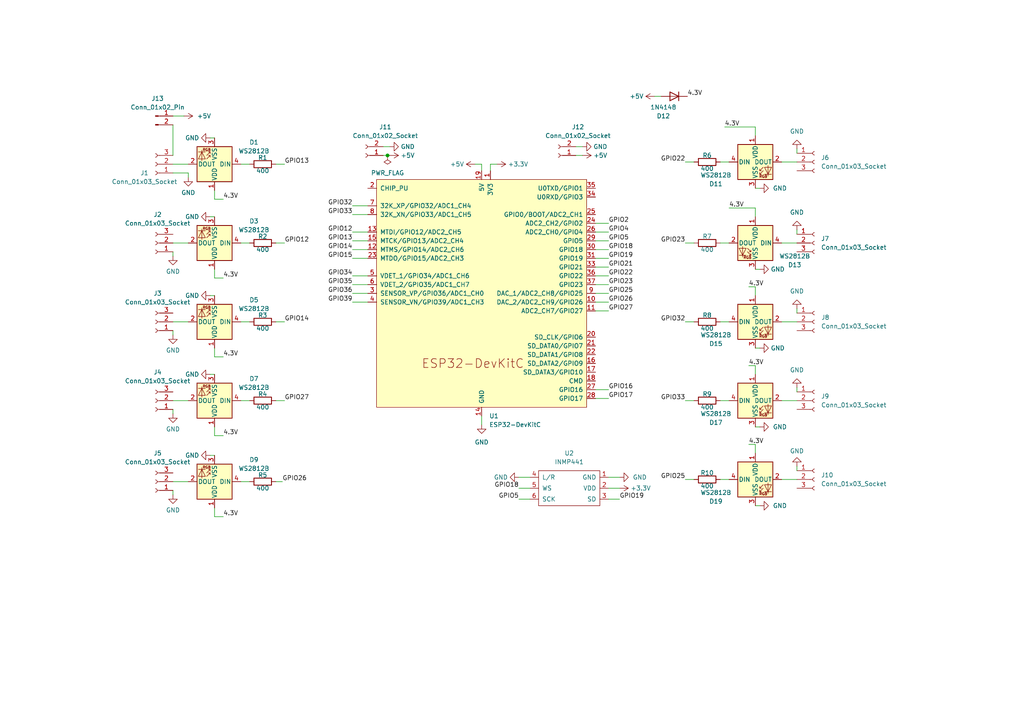
<source format=kicad_sch>
(kicad_sch (version 20230121) (generator eeschema)
  (paper "A4")
  (title_block (title "Phonic Bloom") (date "2024-12-21") (rev "1") (company "Brandon Skari") (comment 1 "https://github.com/bskari/apogaea/piddle/"))
  (lib_symbols
    (symbol "Connector:Conn_01x02_Pin" (pin_names (offset 1.016) hide)
      (property "Reference" "J" (at 0 2.54 0))
      (property "Value" "Conn_01x02_Pin" (at 0 -5.08 0))
      (symbol "Conn_01x02_Pin_1_1"
        (polyline (pts (xy 1.27 -2.54) (xy 0.8636 -2.54)) (stroke (width 0.1524)))
        (polyline (pts (xy 1.27 0) (xy 0.8636 0)) (stroke (width 0.1524)))
        (rectangle (start 0.8636 -2.413) (end 0 -2.667) (stroke (width 0.1524)) (fill (type outline)))
        (rectangle (start 0.8636 0.127) (end 0 -0.127) (stroke (width 0.1524)) (fill (type outline)))
        (pin passive line (at 5.08 0 180) (length 3.81) (name "Pin_1") (number "1"))
        (pin passive line (at 5.08 -2.54 180) (length 3.81) (name "Pin_2") (number "2"))
      )
    )
    (symbol "Connector:Conn_01x02_Socket" (pin_names (offset 1.016) hide)
      (property "Reference" "J" (at 0 2.54 0))
      (property "Value" "Conn_01x02_Socket" (at 0 -5.08 0))
      (symbol "Conn_01x02_Socket_1_1"
        (arc (start 0 -2.032) (mid -0.5058 -2.54) (end 0 -3.048) (stroke (width 0.1524)))
        (polyline (pts (xy -1.27 -2.54) (xy -0.508 -2.54)) (stroke (width 0.1524)))
        (polyline (pts (xy -1.27 0) (xy -0.508 0)) (stroke (width 0.1524)))
        (arc (start 0 0.508) (mid -0.5058 0) (end 0 -0.508) (stroke (width 0.1524)))
        (pin passive line (at -5.08 0 0) (length 3.81) (name "Pin_1") (number "1"))
        (pin passive line (at -5.08 -2.54 0) (length 3.81) (name "Pin_2") (number "2"))
      )
    )
    (symbol "Connector:Conn_01x03_Socket" (pin_names (offset 1.016) hide)
      (property "Reference" "J" (at 0 5.08 0))
      (property "Value" "Conn_01x03_Socket" (at 0 -5.08 0))
      (symbol "Conn_01x03_Socket_1_1"
        (arc (start 0 -2.032) (mid -0.5058 -2.54) (end 0 -3.048) (stroke (width 0.1524)))
        (polyline (pts (xy -1.27 -2.54) (xy -0.508 -2.54)) (stroke (width 0.1524)))
        (polyline (pts (xy -1.27 0) (xy -0.508 0)) (stroke (width 0.1524)))
        (polyline (pts (xy -1.27 2.54) (xy -0.508 2.54)) (stroke (width 0.1524)))
        (arc (start 0 0.508) (mid -0.5058 0) (end 0 -0.508) (stroke (width 0.1524)))
        (arc (start 0 3.048) (mid -0.5058 2.54) (end 0 2.032) (stroke (width 0.1524)))
        (pin passive line (at -5.08 2.54 0) (length 3.81) (name "Pin_1") (number "1"))
        (pin passive line (at -5.08 0 0) (length 3.81) (name "Pin_2") (number "2"))
        (pin passive line (at -5.08 -2.54 0) (length 3.81) (name "Pin_3") (number "3"))
      )
    )
    (symbol "Device:R" (pin_numbers hide) (pin_names (offset 0))
      (property "Reference" "R" (at 2.032 0 90))
      (property "Value" "R" (at 0 0 90))
      (symbol "R_0_1"
        (rectangle (start -1.016 -2.54) (end 1.016 2.54) (stroke (width 0.254)))
      )
      (symbol "R_1_1"
        (pin passive line (at 0 3.81 270) (length 1.27) (name "~") (number "1"))
        (pin passive line (at 0 -3.81 90) (length 1.27) (name "~") (number "2"))
      )
    )
    (symbol "Diode:1N4148" (pin_numbers hide) (pin_names hide)
      (property "Reference" "D" (at 0 2.54 0))
      (property "Value" "1N4148" (at 0 -2.54 0))
      (symbol "1N4148_0_1"
        (polyline (pts (xy -1.27 1.27) (xy -1.27 -1.27)) (stroke (width 0.254)))
        (polyline (pts (xy 1.27 0) (xy -1.27 0)))
        (polyline (pts (xy 1.27 1.27) (xy 1.27 -1.27) (xy -1.27 0) (xy 1.27 1.27)) (stroke (width 0.254)))
      )
      (symbol "1N4148_1_1"
        (pin passive line (at -3.81 0 0) (length 2.54) (name "K") (number "1"))
        (pin passive line (at 3.81 0 180) (length 2.54) (name "A") (number "2"))
      )
    )
    (symbol "INMP441:INMP441" (pin_names (offset 1.016))
      (property "Reference" "U" (at 0 0 0))
      (property "Value" "INMP441" (at 0 1.905 0))
      (symbol "INMP441_0_1"
        (rectangle (start -8.89 6.35) (end 8.89 -3.81))
      )
      (symbol "INMP441_1_1"
        (pin power_out line (at 11.43 4.445 180) (length 2.54) (name "GND") (number "1"))
        (pin power_out line (at 11.43 1.27 180) (length 2.54) (name "VDD") (number "2"))
        (pin bidirectional line (at 11.43 -1.905 180) (length 2.54) (name "SD") (number "3"))
        (pin bidirectional line (at -11.43 4.445 0) (length 2.54) (name "L/R") (number "4"))
        (pin bidirectional line (at -11.43 1.27 0) (length 2.54) (name "WS") (number "5"))
        (pin bidirectional line (at -11.43 -1.905 0) (length 2.54) (name "SCK") (number "6"))
      )
    )
    (symbol "LED:WS2812B" (pin_names (offset 0.254))
      (property "Reference" "D" (at 5.08 5.715 0))
      (property "Value" "WS2812B" (at 1.27 -5.715 0))
      (symbol "WS2812B_0_0"
        (text "RGB" (at 2.286 -4.191 0) (effects (font (size 0.762 0.762))))
      )
      (symbol "WS2812B_0_1"
        (polyline (pts (xy 1.27 -3.556) (xy 1.778 -3.556)))
        (polyline (pts (xy 1.27 -2.54) (xy 1.778 -2.54)))
        (polyline (pts (xy 4.699 -3.556) (xy 2.667 -3.556)))
        (polyline (pts (xy 2.286 -2.54) (xy 1.27 -3.556) (xy 1.27 -3.048)))
        (polyline (pts (xy 2.286 -1.524) (xy 1.27 -2.54) (xy 1.27 -2.032)))
        (polyline (pts (xy 3.683 -1.016) (xy 3.683 -3.556) (xy 3.683 -4.064)))
        (polyline (pts (xy 4.699 -1.524) (xy 2.667 -1.524) (xy 3.683 -3.556) (xy 4.699 -1.524)))
        (rectangle (start 5.08 5.08) (end -5.08 -5.08) (stroke (width 0.254)) (fill (type background)))
      )
      (symbol "WS2812B_1_1"
        (pin power_in line (at 0 7.62 270) (length 2.54) (name "VDD") (number "1"))
        (pin output line (at 7.62 0 180) (length 2.54) (name "DOUT") (number "2"))
        (pin power_in line (at 0 -7.62 90) (length 2.54) (name "VSS") (number "3"))
        (pin input line (at -7.62 0 0) (length 2.54) (name "DIN") (number "4"))
      )
    )
    (symbol "PCM_Espressif:ESP32-DevKitC" (pin_names (offset 1.016))
      (property "Reference" "U" (at -30.48 38.1 0))
      (property "Value" "ESP32-DevKitC" (at -30.48 35.56 0))
      (symbol "ESP32-DevKitC_0_0"
        (text "ESP32-DevKitC" (at -2.54 -20.32 0) (effects (font (size 2.54 2.54))))
        (pin power_in line (at 0 -35.56 90) (length 2.54) (name "GND") (number "14"))
        (pin power_in line (at 0 35.56 270) (length 2.54) (name "5V") (number "19"))
      )
      (symbol "ESP32-DevKitC_0_1"
        (rectangle (start -30.48 33.02) (end 30.48 -33.02) (fill (type background)))
      )
      (symbol "ESP32-DevKitC_1_1"
        (pin power_in line (at 2.54 35.56 270) (length 2.54) (name "3V3") (number "1"))
        (pin bidirectional line (at 33.02 -2.54 180) (length 2.54) (name "DAC_2/ADC2_CH9/GPIO26") (number "10"))
        (pin bidirectional line (at 33.02 -5.08 180) (length 2.54) (name "ADC2_CH7/GPIO27") (number "11"))
        (pin bidirectional line (at -33.02 12.7 0) (length 2.54) (name "MTMS/GPIO14/ADC2_CH6") (number "12"))
        (pin bidirectional line (at -33.02 17.78 0) (length 2.54) (name "MTDI/GPIO12/ADC2_CH5") (number "13"))
        (pin bidirectional line (at -33.02 15.24 0) (length 2.54) (name "MTCK/GPIO13/ADC2_CH4") (number "15"))
        (pin bidirectional line (at 33.02 -20.32 180) (length 2.54) (name "SD_DATA2/GPIO9") (number "16"))
        (pin bidirectional line (at 33.02 -22.86 180) (length 2.54) (name "SD_DATA3/GPIO10") (number "17"))
        (pin bidirectional line (at 33.02 -25.4 180) (length 2.54) (name "CMD") (number "18"))
        (pin input line (at -33.02 30.48 0) (length 2.54) (name "CHIP_PU") (number "2"))
        (pin bidirectional line (at 33.02 -12.7 180) (length 2.54) (name "SD_CLK/GPIO6") (number "20"))
        (pin bidirectional line (at 33.02 -15.24 180) (length 2.54) (name "SD_DATA0/GPIO7") (number "21"))
        (pin bidirectional line (at 33.02 -17.78 180) (length 2.54) (name "SD_DATA1/GPIO8") (number "22"))
        (pin bidirectional line (at -33.02 10.16 0) (length 2.54) (name "MTDO/GPIO15/ADC2_CH3") (number "23"))
        (pin bidirectional line (at 33.02 20.32 180) (length 2.54) (name "ADC2_CH2/GPIO2") (number "24"))
        (pin bidirectional line (at 33.02 22.86 180) (length 2.54) (name "GPIO0/BOOT/ADC2_CH1") (number "25"))
        (pin bidirectional line (at 33.02 17.78 180) (length 2.54) (name "ADC2_CH0/GPIO4") (number "26"))
        (pin bidirectional line (at 33.02 -27.94 180) (length 2.54) (name "GPIO16") (number "27"))
        (pin bidirectional line (at 33.02 -30.48 180) (length 2.54) (name "GPIO17") (number "28"))
        (pin bidirectional line (at 33.02 15.24 180) (length 2.54) (name "GPIO5") (number "29"))
        (pin input line (at -33.02 0 0) (length 2.54) (name "SENSOR_VP/GPIO36/ADC1_CH0") (number "3"))
        (pin bidirectional line (at 33.02 12.7 180) (length 2.54) (name "GPIO18") (number "30"))
        (pin bidirectional line (at 33.02 10.16 180) (length 2.54) (name "GPIO19") (number "31"))
        (pin passive line (at 0 -35.56 90) (length 2.54) hide (name "GND") (number "32"))
        (pin bidirectional line (at 33.02 7.62 180) (length 2.54) (name "GPIO21") (number "33"))
        (pin bidirectional line (at 33.02 27.94 180) (length 2.54) (name "U0RXD/GPIO3") (number "34"))
        (pin bidirectional line (at 33.02 30.48 180) (length 2.54) (name "U0TXD/GPIO1") (number "35"))
        (pin bidirectional line (at 33.02 5.08 180) (length 2.54) (name "GPIO22") (number "36"))
        (pin bidirectional line (at 33.02 2.54 180) (length 2.54) (name "GPIO23") (number "37"))
        (pin passive line (at 0 -35.56 90) (length 2.54) hide (name "GND") (number "38"))
        (pin input line (at -33.02 -2.54 0) (length 2.54) (name "SENSOR_VN/GPIO39/ADC1_CH3") (number "4"))
        (pin input line (at -33.02 5.08 0) (length 2.54) (name "VDET_1/GPIO34/ADC1_CH6") (number "5"))
        (pin input line (at -33.02 2.54 0) (length 2.54) (name "VDET_2/GPIO35/ADC1_CH7") (number "6"))
        (pin bidirectional line (at -33.02 25.4 0) (length 2.54) (name "32K_XP/GPIO32/ADC1_CH4") (number "7"))
        (pin bidirectional line (at -33.02 22.86 0) (length 2.54) (name "32K_XN/GPIO33/ADC1_CH5") (number "8"))
        (pin bidirectional line (at 33.02 0 180) (length 2.54) (name "DAC_1/ADC2_CH8/GPIO25") (number "9"))
      )
    )
    (symbol "power:+3.3V" (power) (pin_names (offset 0))
      (property "Value" "+3.3V" (at 0 3.556 0))
      (symbol "+3.3V_0_1"
        (polyline (pts (xy -0.762 1.27) (xy 0 2.54)))
        (polyline (pts (xy 0 0) (xy 0 2.54)))
        (polyline (pts (xy 0 2.54) (xy 0.762 1.27)))
      )
      (symbol "+3.3V_1_1"
        (pin power_in line (at 0 0 90) (length 0) hide (name "+3.3V") (number "1"))
      )
    )
    (symbol "power:+5V" (power) (pin_names (offset 0))
      (property "Value" "+5V" (at 0 3.556 0))
      (symbol "+5V_0_1"
        (polyline (pts (xy -0.762 1.27) (xy 0 2.54)))
        (polyline (pts (xy 0 0) (xy 0 2.54)))
        (polyline (pts (xy 0 2.54) (xy 0.762 1.27)))
      )
      (symbol "+5V_1_1"
        (pin power_in line (at 0 0 90) (length 0) hide (name "+5V") (number "1"))
      )
    )
    (symbol "power:GND" (power) (pin_names (offset 0))
      (property "Value" "GND" (at 0 -3.81 0))
      (symbol "GND_0_1"
        (polyline (pts (xy 0 0) (xy 0 -1.27) (xy 1.27 -1.27) (xy 0 -2.54) (xy -1.27 -1.27) (xy 0 -1.27)))
      )
      (symbol "GND_1_1"
        (pin power_in line (at 0 0 270) (length 0) hide (name "GND") (number "1"))
      )
    )
    (symbol "power:PWR_FLAG" (power) (pin_numbers hide) (pin_names (offset 0) hide)
      (property "Value" "PWR_FLAG" (at 0 3.81 0))
      (symbol "PWR_FLAG_0_0"
        (pin power_out line (at 0 0 90) (length 0) (name "pwr") (number "1"))
      )
      (symbol "PWR_FLAG_0_1"
        (polyline (pts (xy 0 0) (xy 0 1.27) (xy -1.016 1.905) (xy 0 2.54) (xy 1.016 1.905) (xy 0 1.27)))
      )
    )
  )
  (junction (at 112.395 45.085))
  (wire (pts (xy 347.98 114.935) (xy 343.535 114.935)))
  (wire (pts (xy 172.72 87.63) (xy 176.53 87.63)))
  (wire (pts (xy 347.98 65.405) (xy 347.98 66.675)))
  (wire (pts (xy 139.7 120.65) (xy 139.7 123.19)))
  (wire (pts (xy 208.915 116.205) (xy 211.455 116.205)))
  (wire (pts (xy 172.72 115.57) (xy 176.53 115.57)))
  (wire (pts (xy 217.17 83.185) (xy 219.075 83.185)))
  (wire (pts (xy 172.72 113.03) (xy 176.53 113.03)))
  (wire (pts (xy 150.495 138.43) (xy 153.67 138.43)))
  (wire (pts (xy 60.96 108.585) (xy 62.23 108.585)))
  (wire (pts (xy 62.23 123.825) (xy 62.23 126.365)))
  (wire (pts (xy 347.98 133.985) (xy 347.98 135.255)))
  (wire (pts (xy 172.72 80.01) (xy 176.53 80.01)))
  (wire (pts (xy 219.075 54.61) (xy 220.345 54.61)))
  (wire (pts (xy 335.915 76.835) (xy 337.185 76.835)))
  (wire (pts (xy 335.915 59.055) (xy 335.915 61.595)))
  (wire (pts (xy 80.01 70.485) (xy 82.55 70.485)))
  (wire (pts (xy 172.72 82.55) (xy 176.53 82.55)))
  (wire (pts (xy 80.01 47.625) (xy 82.55 47.625)))
  (wire (pts (xy 60.96 85.725) (xy 62.23 85.725)))
  (wire (pts (xy 102.235 74.93) (xy 106.68 74.93)))
  (wire (pts (xy 111.125 45.085) (xy 112.395 45.085)))
  (wire (pts (xy 347.98 137.795) (xy 343.535 137.795)))
  (wire (pts (xy 111.125 42.545) (xy 113.03 42.545)))
  (wire (pts (xy 335.915 122.555) (xy 337.185 122.555)))
  (wire (pts (xy 64.77 149.86) (xy 62.23 149.86)))
  (wire (pts (xy 60.96 132.08) (xy 62.23 132.08)))
  (wire (pts (xy 211.455 60.325) (xy 219.075 60.325)))
  (wire (pts (xy 325.755 45.72) (xy 328.295 45.72)))
  (wire (pts (xy 50.165 50.165) (xy 54.61 50.165)))
  (wire (pts (xy 219.075 36.83) (xy 219.075 39.37)))
  (wire (pts (xy 231.14 139.065) (xy 226.695 139.065)))
  (wire (pts (xy 172.72 77.47) (xy 176.53 77.47)))
  (wire (pts (xy 176.53 144.78) (xy 179.705 144.78)))
  (wire (pts (xy 347.98 45.72) (xy 343.535 45.72)))
  (wire (pts (xy 172.72 64.77) (xy 176.53 64.77)))
  (wire (pts (xy 198.755 46.99) (xy 201.295 46.99)))
  (wire (pts (xy 347.98 41.91) (xy 347.98 43.18)))
  (wire (pts (xy 150.495 141.605) (xy 153.67 141.605)))
  (wire (pts (xy 219.075 60.325) (xy 219.075 62.865)))
  (wire (pts (xy 219.075 83.185) (xy 219.075 85.725)))
  (wire (pts (xy 347.98 111.125) (xy 347.98 112.395)))
  (wire (pts (xy 62.23 103.505) (xy 62.23 100.965)))
  (wire (pts (xy 102.235 80.01) (xy 106.68 80.01)))
  (wire (pts (xy 335.915 53.34) (xy 337.185 53.34)))
  (wire (pts (xy 172.72 69.85) (xy 176.53 69.85)))
  (wire (pts (xy 231.14 93.345) (xy 226.695 93.345)))
  (wire (pts (xy 347.98 69.215) (xy 343.535 69.215)))
  (wire (pts (xy 315.595 92.075) (xy 318.135 92.075)))
  (wire (pts (xy 219.075 100.965) (xy 220.345 100.965)))
  (wire (pts (xy 325.755 137.795) (xy 328.295 137.795)))
  (wire (pts (xy 80.01 93.345) (xy 82.55 93.345)))
  (wire (pts (xy 210.185 36.83) (xy 219.075 36.83)))
  (wire (pts (xy 189.865 27.94) (xy 191.77 27.94)))
  (wire (pts (xy 69.85 93.345) (xy 72.39 93.345)))
  (wire (pts (xy 198.755 93.345) (xy 201.295 93.345)))
  (wire (pts (xy 50.165 139.7) (xy 54.61 139.7)))
  (wire (pts (xy 50.165 33.655) (xy 53.34 33.655)))
  (wire (pts (xy 69.85 116.205) (xy 72.39 116.205)))
  (wire (pts (xy 231.14 112.395) (xy 231.14 113.665)))
  (wire (pts (xy 231.14 66.675) (xy 231.14 67.945)))
  (wire (pts (xy 172.72 85.09) (xy 176.53 85.09)))
  (wire (pts (xy 69.85 70.485) (xy 72.39 70.485)))
  (wire (pts (xy 198.755 139.065) (xy 201.295 139.065)))
  (wire (pts (xy 50.165 93.345) (xy 54.61 93.345)))
  (wire (pts (xy 167.005 42.545) (xy 168.91 42.545)))
  (wire (pts (xy 69.85 139.7) (xy 72.39 139.7)))
  (wire (pts (xy 328.295 59.055) (xy 335.915 59.055)))
  (wire (pts (xy 315.595 45.72) (xy 318.135 45.72)))
  (wire (pts (xy 334.01 104.775) (xy 335.915 104.775)))
  (wire (pts (xy 64.77 57.785) (xy 62.23 57.785)))
  (wire (pts (xy 208.915 93.345) (xy 211.455 93.345)))
  (wire (pts (xy 102.235 85.09) (xy 106.68 85.09)))
  (wire (pts (xy 62.23 149.86) (xy 62.23 147.32)))
  (wire (pts (xy 198.755 116.205) (xy 201.295 116.205)))
  (wire (pts (xy 62.23 80.645) (xy 62.23 78.105)))
  (wire (pts (xy 60.96 62.865) (xy 62.23 62.865)))
  (wire (pts (xy 219.075 106.045) (xy 219.075 108.585)))
  (wire (pts (xy 219.075 78.105) (xy 220.345 78.105)))
  (wire (pts (xy 50.165 118.745) (xy 50.165 120.015)))
  (wire (pts (xy 102.235 67.31) (xy 106.68 67.31)))
  (wire (pts (xy 325.755 69.215) (xy 328.295 69.215)))
  (wire (pts (xy 167.005 45.085) (xy 168.91 45.085)))
  (wire (pts (xy 150.495 144.78) (xy 153.67 144.78)))
  (wire (pts (xy 137.795 47.625) (xy 139.7 47.625)))
  (wire (pts (xy 347.98 92.075) (xy 343.535 92.075)))
  (wire (pts (xy 50.165 73.025) (xy 50.165 74.295)))
  (wire (pts (xy 335.915 35.56) (xy 335.915 38.1)))
  (wire (pts (xy 335.915 81.915) (xy 335.915 84.455)))
  (wire (pts (xy 208.915 139.065) (xy 211.455 139.065)))
  (wire (pts (xy 112.395 45.085) (xy 113.03 45.085)))
  (wire (pts (xy 198.755 70.485) (xy 201.295 70.485)))
  (wire (pts (xy 334.01 81.915) (xy 335.915 81.915)))
  (wire (pts (xy 334.01 127.635) (xy 335.915 127.635)))
  (wire (pts (xy 176.53 138.43) (xy 179.705 138.43)))
  (wire (pts (xy 102.235 59.69) (xy 106.68 59.69)))
  (wire (pts (xy 219.075 128.905) (xy 219.075 131.445)))
  (wire (pts (xy 172.72 67.31) (xy 176.53 67.31)))
  (wire (pts (xy 54.61 50.165) (xy 54.61 51.435)))
  (wire (pts (xy 102.235 87.63) (xy 106.68 87.63)))
  (wire (pts (xy 80.01 139.7) (xy 81.915 139.7)))
  (wire (pts (xy 335.915 99.695) (xy 337.185 99.695)))
  (wire (pts (xy 102.235 72.39) (xy 106.68 72.39)))
  (wire (pts (xy 325.755 114.935) (xy 328.295 114.935)))
  (wire (pts (xy 208.915 46.99) (xy 211.455 46.99)))
  (wire (pts (xy 231.14 43.18) (xy 231.14 44.45)))
  (wire (pts (xy 62.23 126.365) (xy 64.77 126.365)))
  (wire (pts (xy 219.075 123.825) (xy 220.345 123.825)))
  (wire (pts (xy 172.72 72.39) (xy 176.53 72.39)))
  (wire (pts (xy 335.915 127.635) (xy 335.915 130.175)))
  (wire (pts (xy 64.77 80.645) (xy 62.23 80.645)))
  (wire (pts (xy 142.24 47.625) (xy 142.24 49.53)))
  (wire (pts (xy 315.595 137.795) (xy 318.135 137.795)))
  (wire (pts (xy 217.17 106.045) (xy 219.075 106.045)))
  (wire (pts (xy 325.755 92.075) (xy 328.295 92.075)))
  (wire (pts (xy 60.96 40.005) (xy 62.23 40.005)))
  (wire (pts (xy 144.145 47.625) (xy 142.24 47.625)))
  (wire (pts (xy 217.17 128.905) (xy 219.075 128.905)))
  (wire (pts (xy 315.595 69.215) (xy 318.135 69.215)))
  (wire (pts (xy 69.85 47.625) (xy 72.39 47.625)))
  (wire (pts (xy 50.165 95.885) (xy 50.165 97.155)))
  (wire (pts (xy 335.915 104.775) (xy 335.915 107.315)))
  (wire (pts (xy 176.53 141.605) (xy 179.705 141.605)))
  (wire (pts (xy 208.915 70.485) (xy 211.455 70.485)))
  (wire (pts (xy 219.075 146.685) (xy 220.345 146.685)))
  (wire (pts (xy 172.72 90.17) (xy 176.53 90.17)))
  (wire (pts (xy 347.98 88.265) (xy 347.98 89.535)))
  (wire (pts (xy 231.14 116.205) (xy 226.695 116.205)))
  (wire (pts (xy 102.235 82.55) (xy 106.68 82.55)))
  (wire (pts (xy 231.14 46.99) (xy 226.695 46.99)))
  (wire (pts (xy 231.14 70.485) (xy 226.695 70.485)))
  (wire (pts (xy 62.23 57.785) (xy 62.23 55.245)))
  (wire (pts (xy 327.025 35.56) (xy 335.915 35.56)))
  (wire (pts (xy 315.595 114.935) (xy 318.135 114.935)))
  (wire (pts (xy 139.7 47.625) (xy 139.7 49.53)))
  (wire (pts (xy 231.14 89.535) (xy 231.14 90.805)))
  (wire (pts (xy 50.165 47.625) (xy 54.61 47.625)))
  (wire (pts (xy 50.165 142.24) (xy 50.165 143.51)))
  (wire (pts (xy 172.72 74.93) (xy 176.53 74.93)))
  (wire (pts (xy 80.01 116.205) (xy 82.55 116.205)))
  (wire (pts (xy 50.165 116.205) (xy 54.61 116.205)))
  (wire (pts (xy 335.915 145.415) (xy 337.185 145.415)))
  (wire (pts (xy 64.77 103.505) (xy 62.23 103.505)))
  (wire (pts (xy 50.165 70.485) (xy 54.61 70.485)))
  (wire (pts (xy 102.235 69.85) (xy 106.68 69.85)))
  (wire (pts (xy 231.14 135.255) (xy 231.14 136.525)))
  (wire (pts (xy 102.235 62.23) (xy 106.68 62.23)))
  (wire (pts (xy 50.165 36.195) (xy 50.165 45.085)))
  (label "4.3V" (at 217.17 128.905 0))
  (label "GPIO25" (at 198.755 139.065 180))
  (label "GPIO5" (at 176.53 69.85 0))
  (label "GPIO19" (at 315.595 69.215 180))
  (label "GPIO14" (at 102.235 72.39 180))
  (label "4.3V" (at 211.455 60.325 0))
  (label "GPIO18" (at 315.595 92.075 180))
  (label "GPIO25" (at 176.53 85.09 0))
  (label "GPIO13" (at 82.55 47.625 0))
  (label "GPIO36" (at 102.235 85.09 180))
  (label "4.3V" (at 217.17 106.045 0))
  (label "GPIO17" (at 176.53 115.57 0))
  (label "GPIO33" (at 102.235 62.23 180))
  (label "GPIO18" (at 176.53 72.39 0))
  (label "GPIO21" (at 176.53 77.47 0))
  (label "4.3V" (at 217.17 83.185 0))
  (label "GPIO27" (at 82.55 116.205 0))
  (label "GPIO2" (at 176.53 64.77 0))
  (label "GPIO12" (at 82.55 70.485 0))
  (label "4.3V" (at 64.77 126.365 0))
  (label "GPIO39" (at 102.235 87.63 180))
  (label "GPIO23" (at 198.755 70.485 180))
  (label "GPIO22" (at 176.53 80.01 0))
  (label "4.3V" (at 334.01 104.775 0))
  (label "4.3V" (at 64.77 57.785 0))
  (label "4.3V" (at 199.39 27.94 0))
  (label "GPIO35" (at 102.235 82.55 180))
  (label "GPIO33" (at 198.755 116.205 180))
  (label "4.3V" (at 64.77 149.86 0))
  (label "GPIO5" (at 150.495 144.78 180))
  (label "GPIO13" (at 102.235 69.85 180))
  (label "GPIO12" (at 102.235 67.31 180))
  (label "GPIO27" (at 176.53 90.17 0))
  (label "GPIO34" (at 102.235 80.01 180))
  (label "GPIO17" (at 315.595 114.935 180))
  (label "4.3V" (at 64.77 80.645 0))
  (label "GPIO14" (at 82.55 93.345 0))
  (label "GPIO18" (at 150.495 141.605 180))
  (label "GPIO19" (at 179.705 144.78 0))
  (label "GPIO26" (at 81.915 139.7 0))
  (label "GPIO16" (at 176.53 113.03 0))
  (label "GPIO32" (at 102.235 59.69 180))
  (label "4.3V" (at 64.77 103.505 0))
  (label "GPIO21" (at 315.595 45.72 180))
  (label "GPIO16" (at 315.595 137.795 180))
  (label "GPIO15" (at 102.235 74.93 180))
  (label "GPIO4" (at 176.53 67.31 0))
  (label "4.3V" (at 210.185 36.83 0))
  (label "GPIO19" (at 176.53 74.93 0))
  (label "GPIO26" (at 176.53 87.63 0))
  (label "GPIO32" (at 198.755 93.345 180))
  (label "4.3V" (at 334.01 127.635 0))
  (label "4.3V" (at 328.295 59.055 0))
  (label "GPIO23" (at 176.53 82.55 0))
  (label "4.3V" (at 334.01 81.915 0))
  (label "GPIO22" (at 198.755 46.99 180))
  (label "4.3V" (at 327.025 35.56 0))
  (symbol (lib_id "power:GND") (at 220.345 54.61 90) (unit 1)
    (property "Reference" "#PWR0116" (effects hide))
    (property "Value" "GND" (at 224.155 54.61 90) (effects (justify right)))
  )
  (symbol (lib_id "Diode:1N4148") (at 195.58 27.94 180) (unit 1)
    (property "Reference" "D12" (at 192.405 33.655 0))
    (property "Value" "1N4148" (at 192.405 31.115 0))
    (property "Footprint" "Diode_THT:D_DO-35_SOD27_P10.16mm_Horizontal" (effects hide))
    (property "Datasheet" "https://assets.nexperia.com/documents/data-sheet/1N4148_1N4448.pdf" (effects hide))
    (property "Sim.Device" "D" (effects hide))
    (property "Sim.Pins" "1=K 2=A" (effects hide))
  )
  (symbol (lib_id "Connector:Conn_01x03_Socket") (at 236.22 70.485 0) (unit 1)
    (property "Reference" "J7" (at 238.125 69.215 0) (effects (justify left)))
    (property "Value" "Conn_01x03_Socket" (at 238.125 71.755 0) (effects (justify left)))
    (property "Footprint" "Connector_PinHeader_2.54mm:PinHeader_1x03_P2.54mm_Vertical" (effects hide))
  )
  (symbol (lib_id "power:GND") (at 50.165 120.015 0) (unit 1)
    (property "Reference" "#PWR0122" (effects hide))
    (property "Value" "GND" (at 50.165 124.46 0))
  )
  (symbol (lib_id "power:GND") (at 220.345 123.825 90) (unit 1)
    (property "Reference" "#PWR0113" (effects hide))
    (property "Value" "GND" (at 224.155 123.825 90) (effects (justify right)))
  )
  (symbol (lib_id "power:GND") (at 337.185 99.695 90) (unit 1)
    (property "Reference" "#PWR015" (effects hide))
    (property "Value" "GND" (at 340.36 99.695 90) (effects (justify right)))
  )
  (symbol (lib_id "LED:WS2812B") (at 335.915 137.795 0) (unit 1)
    (property "Reference" "D10" (at 324.485 144.145 0))
    (property "Value" "WS2812B" (at 324.485 141.605 0))
    (property "Footprint" "LED_SMD:LED_WS2812B_PLCC4_5.0x5.0mm_P3.2mm" (effects hide))
    (property "Datasheet" "https://cdn-shop.adafruit.com/datasheets/WS2812B.pdf" (effects hide))
  )
  (symbol (lib_id "Connector:Conn_01x03_Socket") (at 353.06 92.075 0) (unit 1)
    (property "Reference" "J16" (at 356.235 90.805 0))
    (property "Value" "Conn_01x03_Socket" (at 364.49 93.345 0))
    (property "Footprint" "Connector_PinHeader_2.54mm:PinHeader_1x03_P2.54mm_Vertical" (effects hide))
  )
  (symbol (lib_id "power:GND") (at 231.14 66.675 180) (unit 1)
    (property "Reference" "#PWR0129" (effects hide))
    (property "Value" "GND" (at 231.14 61.595 0))
  )
  (symbol (lib_id "power:GND") (at 220.345 100.965 90) (unit 1)
    (property "Reference" "#PWR0108" (effects hide))
    (property "Value" "GND" (at 223.52 100.965 90) (effects (justify right)))
  )
  (symbol (lib_id "Connector:Conn_01x03_Socket") (at 45.085 47.625 180) (unit 1)
    (property "Reference" "J1" (at 41.91 50.165 0))
    (property "Value" "Conn_01x03_Socket" (at 41.91 52.705 0))
    (property "Footprint" "Connector_PinHeader_2.54mm:PinHeader_1x03_P2.54mm_Vertical" (effects hide))
  )
  (symbol (lib_id "power:GND") (at 179.705 138.43 90) (unit 1)
    (property "Reference" "#PWR0109" (effects hide))
    (property "Value" "GND" (at 183.515 138.43 90) (effects (justify right)))
  )
  (symbol (lib_id "Connector:Conn_01x03_Socket") (at 236.22 139.065 0) (unit 1)
    (property "Reference" "J10" (at 238.125 137.795 0) (effects (justify left)))
    (property "Value" "Conn_01x03_Socket" (at 238.125 140.335 0) (effects (justify left)))
    (property "Footprint" "Connector_PinHeader_2.54mm:PinHeader_1x03_P2.54mm_Vertical" (effects hide))
  )
  (symbol (lib_id "Connector:Conn_01x03_Socket") (at 45.085 116.205 180) (unit 1)
    (property "Reference" "J4" (at 45.72 107.95 0))
    (property "Value" "Conn_01x03_Socket" (at 45.72 110.49 0))
    (property "Footprint" "Connector_PinHeader_2.54mm:PinHeader_1x03_P2.54mm_Vertical" (effects hide))
  )
  (symbol (lib_id "power:+5V") (at 53.34 33.655 270) (unit 1)
    (property "Reference" "#PWR012" (effects hide))
    (property "Value" "+5V" (at 57.15 33.655 90) (effects (justify left)))
  )
  (symbol (lib_id "Device:R") (at 321.945 114.935 270) (unit 1)
    (property "Reference" "R14" (at 321.945 113.03 90))
    (property "Value" "400" (at 321.945 116.84 90))
    (property "Footprint" "Resistor_THT:R_Axial_DIN0207_L6.3mm_D2.5mm_P10.16mm_Horizontal" (effects hide))
  )
  (symbol (lib_id "PCM_Espressif:ESP32-DevKitC") (at 139.7 85.09 0) (unit 1)
    (property "Reference" "U1" (at 141.8941 120.65 0) (effects (justify left)))
    (property "Value" "ESP32-DevKitC" (at 141.8941 123.19 0) (effects (justify left)))
    (property "Footprint" "PCM_Espressif:ESP32-DevKitC" (effects hide))
    (property "Datasheet" "https://docs.espressif.com/projects/esp-idf/zh_CN/latest/esp32/hw-reference/esp32/get-started-devkitc.html" (effects hide))
  )
  (symbol (lib_id "Device:R") (at 321.945 69.215 270) (unit 1)
    (property "Reference" "R12" (at 321.945 67.31 90))
    (property "Value" "400" (at 321.945 71.12 90))
    (property "Footprint" "Resistor_THT:R_Axial_DIN0207_L6.3mm_D2.5mm_P10.16mm_Horizontal" (effects hide))
  )
  (symbol (lib_id "power:GND") (at 60.96 85.725 270) (unit 1)
    (property "Reference" "#PWR0102" (effects hide))
    (property "Value" "GND" (at 57.785 85.725 90) (effects (justify right)))
  )
  (symbol (lib_id "Connector:Conn_01x03_Socket") (at 236.22 46.99 0) (unit 1)
    (property "Reference" "J6" (at 238.125 45.72 0) (effects (justify left)))
    (property "Value" "Conn_01x03_Socket" (at 238.125 48.26 0) (effects (justify left)))
    (property "Footprint" "Connector_PinHeader_2.54mm:PinHeader_1x03_P2.54mm_Vertical" (effects hide))
  )
  (symbol (lib_id "Device:R") (at 205.105 139.065 270) (unit 1)
    (property "Reference" "R10" (at 205.105 137.16 90))
    (property "Value" "400" (at 205.105 140.97 90))
    (property "Footprint" "Resistor_THT:R_Axial_DIN0207_L6.3mm_D2.5mm_P10.16mm_Horizontal" (effects hide))
  )
  (symbol (lib_id "power:GND") (at 347.98 133.985 180) (unit 1)
    (property "Reference" "#PWR022" (effects hide))
    (property "Value" "GND" (at 347.98 129.54 0))
  )
  (symbol (lib_id "Connector:Conn_01x03_Socket") (at 353.06 45.72 0) (unit 1)
    (property "Reference" "J14" (at 354.965 44.45 0) (effects (justify left)))
    (property "Value" "Conn_01x03_Socket" (at 354.965 46.99 0) (effects (justify left)))
    (property "Footprint" "Connector_PinHeader_2.54mm:PinHeader_1x03_P2.54mm_Vertical" (effects hide))
  )
  (symbol (lib_id "Device:R") (at 321.945 45.72 270) (unit 1)
    (property "Reference" "R11" (at 321.945 43.815 90))
    (property "Value" "400" (at 321.945 47.625 90))
    (property "Footprint" "Resistor_THT:R_Axial_DIN0207_L6.3mm_D2.5mm_P10.16mm_Horizontal" (effects hide))
  )
  (symbol (lib_id "Device:R") (at 76.2 47.625 270) (unit 1)
    (property "Reference" "R1" (at 76.2 45.72 90))
    (property "Value" "400" (at 76.2 49.53 90))
    (property "Footprint" "Resistor_THT:R_Axial_DIN0207_L6.3mm_D2.5mm_P10.16mm_Horizontal" (effects hide))
  )
  (symbol (lib_id "power:GND") (at 60.96 108.585 270) (unit 1)
    (property "Reference" "#PWR0101" (effects hide))
    (property "Value" "GND" (at 57.785 108.585 90) (effects (justify right)))
  )
  (symbol (lib_id "Device:R") (at 76.2 93.345 270) (unit 1)
    (property "Reference" "R3" (at 76.2 91.44 90))
    (property "Value" "400" (at 76.2 95.25 90))
    (property "Footprint" "Resistor_THT:R_Axial_DIN0207_L6.3mm_D2.5mm_P10.16mm_Horizontal" (effects hide))
  )
  (symbol (lib_id "LED:WS2812B") (at 62.23 93.345 180) (unit 1)
    (property "Reference" "D5" (at 73.66 86.995 0))
    (property "Value" "WS2812B" (at 73.66 89.535 0))
    (property "Footprint" "LED_SMD:LED_WS2812B_PLCC4_5.0x5.0mm_P3.2mm" (effects hide))
    (property "Datasheet" "https://cdn-shop.adafruit.com/datasheets/WS2812B.pdf" (effects hide))
  )
  (symbol (lib_id "power:GND") (at 50.165 74.295 0) (unit 1)
    (property "Reference" "#PWR07" (effects hide))
    (property "Value" "GND" (at 50.165 78.74 0))
  )
  (symbol (lib_id "Connector:Conn_01x03_Socket") (at 45.085 93.345 180) (unit 1)
    (property "Reference" "J3" (at 45.72 85.09 0))
    (property "Value" "Conn_01x03_Socket" (at 45.72 87.63 0))
    (property "Footprint" "Connector_PinHeader_2.54mm:PinHeader_1x03_P2.54mm_Vertical" (effects hide))
  )
  (symbol (lib_id "LED:WS2812B") (at 335.915 114.935 0) (unit 1)
    (property "Reference" "D8" (at 324.485 121.285 0))
    (property "Value" "WS2812B" (at 324.485 118.745 0))
    (property "Footprint" "LED_SMD:LED_WS2812B_PLCC4_5.0x5.0mm_P3.2mm" (effects hide))
    (property "Datasheet" "https://cdn-shop.adafruit.com/datasheets/WS2812B.pdf" (effects hide))
  )
  (symbol (lib_id "LED:WS2812B") (at 62.23 116.205 180) (unit 1)
    (property "Reference" "D7" (at 73.66 109.855 0))
    (property "Value" "WS2812B" (at 73.66 112.395 0))
    (property "Footprint" "LED_SMD:LED_WS2812B_PLCC4_5.0x5.0mm_P3.2mm" (effects hide))
    (property "Datasheet" "https://cdn-shop.adafruit.com/datasheets/WS2812B.pdf" (effects hide))
  )
  (symbol (lib_id "Connector:Conn_01x03_Socket") (at 45.085 139.7 180) (unit 1)
    (property "Reference" "J5" (at 45.72 131.445 0))
    (property "Value" "Conn_01x03_Socket" (at 45.72 133.985 0))
    (property "Footprint" "Connector_PinHeader_2.54mm:PinHeader_1x03_P2.54mm_Vertical" (effects hide))
  )
  (symbol (lib_id "power:GND") (at 139.7 123.19 0) (unit 1)
    (property "Reference" "#PWR02" (effects hide))
    (property "Value" "GND" (at 139.7 128.27 0))
  )
  (symbol (lib_id "Connector:Conn_01x03_Socket") (at 353.06 137.795 0) (unit 1)
    (property "Reference" "J18" (at 354.965 136.525 0) (effects (justify left)))
    (property "Value" "Conn_01x03_Socket" (at 354.965 139.065 0) (effects (justify left)))
    (property "Footprint" "Connector_PinHeader_2.54mm:PinHeader_1x03_P2.54mm_Vertical" (effects hide))
  )
  (symbol (lib_id "LED:WS2812B") (at 335.915 92.075 0) (unit 1)
    (property "Reference" "D6" (at 324.485 98.425 0))
    (property "Value" "WS2812B" (at 324.485 95.885 0))
    (property "Footprint" "LED_SMD:LED_WS2812B_PLCC4_5.0x5.0mm_P3.2mm" (effects hide))
    (property "Datasheet" "https://cdn-shop.adafruit.com/datasheets/WS2812B.pdf" (effects hide))
  )
  (symbol (lib_id "Device:R") (at 205.105 46.99 270) (unit 1)
    (property "Reference" "R6" (at 205.105 45.085 90))
    (property "Value" "400" (at 205.105 48.895 90))
    (property "Footprint" "Resistor_THT:R_Axial_DIN0207_L6.3mm_D2.5mm_P10.16mm_Horizontal" (effects hide))
  )
  (symbol (lib_id "Device:R") (at 205.105 70.485 270) (unit 1)
    (property "Reference" "R7" (at 205.105 68.58 90))
    (property "Value" "400" (at 205.105 72.39 90))
    (property "Footprint" "Resistor_THT:R_Axial_DIN0207_L6.3mm_D2.5mm_P10.16mm_Horizontal" (effects hide))
  )
  (symbol (lib_id "LED:WS2812B") (at 219.075 116.205 0) (unit 1)
    (property "Reference" "D17" (at 207.645 122.555 0))
    (property "Value" "WS2812B" (at 207.645 120.015 0))
    (property "Footprint" "LED_SMD:LED_WS2812B_PLCC4_5.0x5.0mm_P3.2mm" (effects hide))
    (property "Datasheet" "https://cdn-shop.adafruit.com/datasheets/WS2812B.pdf" (effects hide))
  )
  (symbol (lib_id "Device:R") (at 321.945 137.795 270) (unit 1)
    (property "Reference" "R15" (at 321.945 135.89 90))
    (property "Value" "400" (at 321.945 139.7 90))
    (property "Footprint" "Resistor_THT:R_Axial_DIN0207_L6.3mm_D2.5mm_P10.16mm_Horizontal" (effects hide))
  )
  (symbol (lib_id "power:GND") (at 50.165 97.155 0) (unit 1)
    (property "Reference" "#PWR0124" (effects hide))
    (property "Value" "GND" (at 50.165 101.6 0))
  )
  (symbol (lib_id "Device:R") (at 321.945 92.075 270) (unit 1)
    (property "Reference" "R13" (at 321.945 90.17 90))
    (property "Value" "400" (at 321.945 93.98 90))
    (property "Footprint" "Resistor_THT:R_Axial_DIN0207_L6.3mm_D2.5mm_P10.16mm_Horizontal" (effects hide))
  )
  (symbol (lib_id "power:+3.3V") (at 144.145 47.625 270) (unit 1)
    (property "Reference" "#PWR05" (effects hide))
    (property "Value" "+3.3V" (at 147.32 47.625 90) (effects (justify left)))
  )
  (symbol (lib_id "LED:WS2812B") (at 62.23 139.7 180) (unit 1)
    (property "Reference" "D9" (at 73.66 133.35 0))
    (property "Value" "WS2812B" (at 73.66 135.89 0))
    (property "Footprint" "LED_SMD:LED_WS2812B_PLCC4_5.0x5.0mm_P3.2mm" (effects hide))
    (property "Datasheet" "https://cdn-shop.adafruit.com/datasheets/WS2812B.pdf" (effects hide))
  )
  (symbol (lib_id "Connector:Conn_01x03_Socket") (at 236.22 116.205 0) (unit 1)
    (property "Reference" "J9" (at 238.125 114.935 0) (effects (justify left)))
    (property "Value" "Conn_01x03_Socket" (at 238.125 117.475 0) (effects (justify left)))
    (property "Footprint" "Connector_PinHeader_2.54mm:PinHeader_1x03_P2.54mm_Vertical" (effects hide))
  )
  (symbol (lib_id "power:GND") (at 220.345 78.105 90) (unit 1)
    (property "Reference" "#PWR0117" (effects hide))
    (property "Value" "GND" (at 223.52 78.105 90) (effects (justify right)))
  )
  (symbol (lib_id "power:PWR_FLAG") (at 112.395 45.085 180) (unit 1)
    (property "Reference" "#FLG01" (effects hide))
    (property "Value" "PWR_FLAG" (at 112.395 50.165 0))
  )
  (symbol (lib_id "power:GND") (at 337.185 53.34 90) (unit 1)
    (property "Reference" "#PWR013" (effects hide))
    (property "Value" "GND" (at 340.995 53.34 90) (effects (justify right)))
  )
  (symbol (lib_id "Connector:Conn_01x02_Socket") (at 161.925 45.085 180) (unit 1)
    (property "Reference" "J12" (at 167.64 36.83 0))
    (property "Value" "Conn_01x02_Socket" (at 167.64 39.37 0))
    (property "Footprint" "Connector_JST:JST_PH_S2B-PH-K_1x02_P2.00mm_Horizontal" (effects hide))
  )
  (symbol (lib_id "power:GND") (at 231.14 135.255 180) (unit 1)
    (property "Reference" "#PWR0126" (effects hide))
    (property "Value" "GND" (at 231.14 130.81 0))
  )
  (symbol (lib_id "power:GND") (at 50.165 143.51 0) (unit 1)
    (property "Reference" "#PWR0123" (effects hide))
    (property "Value" "GND" (at 50.165 147.955 0))
  )
  (symbol (lib_id "power:GND") (at 347.98 65.405 180) (unit 1)
    (property "Reference" "#PWR019" (effects hide))
    (property "Value" "GND" (at 347.98 60.325 0))
  )
  (symbol (lib_id "Connector:Conn_01x02_Socket") (at 106.045 45.085 180) (unit 1)
    (property "Reference" "J11" (at 111.76 36.83 0))
    (property "Value" "Conn_01x02_Socket" (at 111.76 39.37 0))
    (property "Footprint" "Connector_JST:JST_PH_S2B-PH-K_1x02_P2.00mm_Horizontal" (effects hide))
  )
  (symbol (lib_id "power:GND") (at 347.98 41.91 180) (unit 1)
    (property "Reference" "#PWR018" (effects hide))
    (property "Value" "GND" (at 347.98 36.83 0))
  )
  (symbol (lib_id "power:GND") (at 337.185 76.835 90) (unit 1)
    (property "Reference" "#PWR014" (effects hide))
    (property "Value" "GND" (at 340.36 76.835 90) (effects (justify right)))
  )
  (symbol (lib_id "LED:WS2812B") (at 219.075 139.065 0) (unit 1)
    (property "Reference" "D19" (at 207.645 145.415 0))
    (property "Value" "WS2812B" (at 207.645 142.875 0))
    (property "Footprint" "LED_SMD:LED_WS2812B_PLCC4_5.0x5.0mm_P3.2mm" (effects hide))
    (property "Datasheet" "https://cdn-shop.adafruit.com/datasheets/WS2812B.pdf" (effects hide))
  )
  (symbol (lib_id "power:GND") (at 347.98 111.125 180) (unit 1)
    (property "Reference" "#PWR021" (effects hide))
    (property "Value" "GND" (at 347.98 106.045 0))
  )
  (symbol (lib_id "power:GND") (at 54.61 51.435 0) (unit 1)
    (property "Reference" "#PWR06" (effects hide))
    (property "Value" "GND" (at 54.61 55.88 0))
  )
  (symbol (lib_id "Connector:Conn_01x02_Pin") (at 45.085 33.655 0) (unit 1)
    (property "Reference" "J13" (at 45.72 28.575 0))
    (property "Value" "Conn_01x02_Pin" (at 45.72 31.115 0))
    (property "Footprint" "Connector_PinHeader_2.54mm:PinHeader_1x02_P2.54mm_Vertical" (effects hide))
  )
  (symbol (lib_id "Connector:Conn_01x03_Socket") (at 353.06 114.935 0) (unit 1)
    (property "Reference" "J17" (at 354.965 113.665 0) (effects (justify left)))
    (property "Value" "Conn_01x03_Socket" (at 354.965 116.205 0) (effects (justify left)))
    (property "Footprint" "Connector_PinHeader_2.54mm:PinHeader_1x03_P2.54mm_Vertical" (effects hide))
  )
  (symbol (lib_id "LED:WS2812B") (at 219.075 93.345 0) (unit 1)
    (property "Reference" "D15" (at 207.645 99.695 0))
    (property "Value" "WS2812B" (at 207.645 97.155 0))
    (property "Footprint" "LED_SMD:LED_WS2812B_PLCC4_5.0x5.0mm_P3.2mm" (effects hide))
    (property "Datasheet" "https://cdn-shop.adafruit.com/datasheets/WS2812B.pdf" (effects hide))
  )
  (symbol (lib_id "power:+5V") (at 189.865 27.94 90) (unit 1)
    (property "Reference" "#PWR03" (effects hide))
    (property "Value" "+5V" (at 186.69 27.94 90) (effects (justify left)))
  )
  (symbol (lib_id "Device:R") (at 205.105 116.205 270) (unit 1)
    (property "Reference" "R9" (at 205.105 114.3 90))
    (property "Value" "400" (at 205.105 118.11 90))
    (property "Footprint" "Resistor_THT:R_Axial_DIN0207_L6.3mm_D2.5mm_P10.16mm_Horizontal" (effects hide))
  )
  (symbol (lib_id "INMP441:INMP441") (at 165.1 142.875 0) (unit 1)
    (property "Reference" "U2" (at 165.1 131.445 0))
    (property "Value" "INMP441" (at 165.1 133.985 0))
    (property "Footprint" "INMP441:inmp441" (effects hide))
  )
  (symbol (lib_id "power:GND") (at 347.98 88.265 180) (unit 1)
    (property "Reference" "#PWR020" (effects hide))
    (property "Value" "GND" (at 347.98 83.185 0))
  )
  (symbol (lib_id "power:GND") (at 60.96 62.865 270) (unit 1)
    (property "Reference" "#PWR0119" (effects hide))
    (property "Value" "GND" (at 57.785 62.865 90) (effects (justify right)))
  )
  (symbol (lib_id "LED:WS2812B") (at 219.075 70.485 0) (mirror y) (unit 1)
    (property "Reference" "D13" (at 230.505 76.835 0))
    (property "Value" "WS2812B" (at 230.505 74.295 0))
    (property "Footprint" "LED_SMD:LED_WS2812B_PLCC4_5.0x5.0mm_P3.2mm" (effects hide))
    (property "Datasheet" "https://cdn-shop.adafruit.com/datasheets/WS2812B.pdf" (effects hide))
  )
  (symbol (lib_id "LED:WS2812B") (at 335.915 69.215 0) (mirror y) (unit 1)
    (property "Reference" "D4" (at 347.345 75.565 0))
    (property "Value" "WS2812B" (at 347.345 73.025 0))
    (property "Footprint" "LED_SMD:LED_WS2812B_PLCC4_5.0x5.0mm_P3.2mm" (effects hide))
    (property "Datasheet" "https://cdn-shop.adafruit.com/datasheets/WS2812B.pdf" (effects hide))
  )
  (symbol (lib_id "Connector:Conn_01x03_Socket") (at 45.085 70.485 180) (unit 1)
    (property "Reference" "J2" (at 45.72 62.23 0))
    (property "Value" "Conn_01x03_Socket" (at 45.72 64.77 0))
    (property "Footprint" "Connector_PinHeader_2.54mm:PinHeader_1x03_P2.54mm_Vertical" (effects hide))
  )
  (symbol (lib_id "power:GND") (at 337.185 122.555 90) (unit 1)
    (property "Reference" "#PWR016" (effects hide))
    (property "Value" "GND" (at 340.995 122.555 90) (effects (justify right)))
  )
  (symbol (lib_id "Device:R") (at 76.2 139.7 270) (unit 1)
    (property "Reference" "R5" (at 76.2 137.795 90))
    (property "Value" "400" (at 76.2 141.605 90))
    (property "Footprint" "Resistor_THT:R_Axial_DIN0207_L6.3mm_D2.5mm_P10.16mm_Horizontal" (effects hide))
  )
  (symbol (lib_id "power:+5V") (at 137.795 47.625 90) (unit 1)
    (property "Reference" "#PWR04" (effects hide))
    (property "Value" "+5V" (at 134.62 47.625 90) (effects (justify left)))
  )
  (symbol (lib_id "power:GND") (at 150.495 138.43 270) (unit 1)
    (property "Reference" "#PWR01" (effects hide))
    (property "Value" "GND" (at 147.32 138.43 90) (effects (justify right)))
  )
  (symbol (lib_id "LED:WS2812B") (at 62.23 47.625 180) (unit 1)
    (property "Reference" "D1" (at 73.66 41.275 0))
    (property "Value" "WS2812B" (at 73.66 43.815 0))
    (property "Footprint" "LED_SMD:LED_WS2812B_PLCC4_5.0x5.0mm_P3.2mm" (effects hide))
    (property "Datasheet" "https://cdn-shop.adafruit.com/datasheets/WS2812B.pdf" (effects hide))
  )
  (symbol (lib_id "power:+5V") (at 113.03 45.085 270) (unit 1)
    (property "Reference" "#PWR09" (effects hide))
    (property "Value" "+5V" (at 116.205 45.085 90) (effects (justify left)))
  )
  (symbol (lib_id "power:GND") (at 113.03 42.545 90) (unit 1)
    (property "Reference" "#PWR08" (effects hide))
    (property "Value" "GND" (at 116.205 42.545 90) (effects (justify right)))
  )
  (symbol (lib_id "LED:WS2812B") (at 219.075 46.99 0) (unit 1)
    (property "Reference" "D11" (at 207.645 53.34 0))
    (property "Value" "WS2812B" (at 207.645 50.8 0))
    (property "Footprint" "LED_SMD:LED_WS2812B_PLCC4_5.0x5.0mm_P3.2mm" (effects hide))
    (property "Datasheet" "https://cdn-shop.adafruit.com/datasheets/WS2812B.pdf" (effects hide))
  )
  (symbol (lib_id "LED:WS2812B") (at 335.915 45.72 0) (unit 1)
    (property "Reference" "D2" (at 324.485 52.07 0))
    (property "Value" "WS2812B" (at 324.485 49.53 0))
    (property "Footprint" "LED_SMD:LED_WS2812B_PLCC4_5.0x5.0mm_P3.2mm" (effects hide))
    (property "Datasheet" "https://cdn-shop.adafruit.com/datasheets/WS2812B.pdf" (effects hide))
  )
  (symbol (lib_id "LED:WS2812B") (at 62.23 70.485 180) (unit 1)
    (property "Reference" "D3" (at 73.66 64.135 0))
    (property "Value" "WS2812B" (at 73.66 66.675 0))
    (property "Footprint" "LED_SMD:LED_WS2812B_PLCC4_5.0x5.0mm_P3.2mm" (effects hide))
    (property "Datasheet" "https://cdn-shop.adafruit.com/datasheets/WS2812B.pdf" (effects hide))
  )
  (symbol (lib_id "Device:R") (at 205.105 93.345 270) (unit 1)
    (property "Reference" "R8" (at 205.105 91.44 90))
    (property "Value" "400" (at 205.105 95.25 90))
    (property "Footprint" "Resistor_THT:R_Axial_DIN0207_L6.3mm_D2.5mm_P10.16mm_Horizontal" (effects hide))
  )
  (symbol (lib_id "power:GND") (at 231.14 112.395 180) (unit 1)
    (property "Reference" "#PWR0127" (effects hide))
    (property "Value" "GND" (at 231.14 107.315 0))
  )
  (symbol (lib_id "power:GND") (at 231.14 89.535 180) (unit 1)
    (property "Reference" "#PWR0125" (effects hide))
    (property "Value" "GND" (at 231.14 84.455 0))
  )
  (symbol (lib_id "power:GND") (at 231.14 43.18 180) (unit 1)
    (property "Reference" "#PWR0128" (effects hide))
    (property "Value" "GND" (at 231.14 38.1 0))
  )
  (symbol (lib_id "Connector:Conn_01x03_Socket") (at 353.06 69.215 0) (unit 1)
    (property "Reference" "J15" (at 354.965 67.945 0) (effects (justify left)))
    (property "Value" "Conn_01x03_Socket" (at 354.965 70.485 0) (effects (justify left)))
    (property "Footprint" "Connector_PinHeader_2.54mm:PinHeader_1x03_P2.54mm_Vertical" (effects hide))
  )
  (symbol (lib_id "power:+3.3V") (at 179.705 141.605 270) (unit 1)
    (property "Reference" "#PWR0110" (effects hide))
    (property "Value" "+3.3V" (at 182.88 141.605 90) (effects (justify left)))
  )
  (symbol (lib_id "power:GND") (at 220.345 146.685 90) (unit 1)
    (property "Reference" "#PWR0111" (effects hide))
    (property "Value" "GND" (at 224.155 146.685 90) (effects (justify right)))
  )
  (symbol (lib_id "Device:R") (at 76.2 116.205 270) (unit 1)
    (property "Reference" "R4" (at 76.2 114.3 90))
    (property "Value" "400" (at 76.2 118.11 90))
    (property "Footprint" "Resistor_THT:R_Axial_DIN0207_L6.3mm_D2.5mm_P10.16mm_Horizontal" (effects hide))
  )
  (symbol (lib_id "Connector:Conn_01x03_Socket") (at 236.22 93.345 0) (unit 1)
    (property "Reference" "J8" (at 239.395 92.075 0))
    (property "Value" "Conn_01x03_Socket" (at 247.65 94.615 0))
    (property "Footprint" "Connector_PinHeader_2.54mm:PinHeader_1x03_P2.54mm_Vertical" (effects hide))
  )
  (symbol (lib_id "power:+5V") (at 168.91 45.085 270) (unit 1)
    (property "Reference" "#PWR011" (effects hide))
    (property "Value" "+5V" (at 172.085 45.085 90) (effects (justify left)))
  )
  (symbol (lib_id "power:GND") (at 337.185 145.415 90) (unit 1)
    (property "Reference" "#PWR017" (effects hide))
    (property "Value" "GND" (at 340.995 145.415 90) (effects (justify right)))
  )
  (symbol (lib_id "power:GND") (at 60.96 132.08 270) (unit 1)
    (property "Reference" "#PWR0105" (effects hide))
    (property "Value" "GND" (at 57.785 132.08 90) (effects (justify right)))
  )
  (symbol (lib_id "Device:R") (at 76.2 70.485 270) (unit 1)
    (property "Reference" "R2" (at 76.2 68.58 90))
    (property "Value" "400" (at 76.2 72.39 90))
    (property "Footprint" "Resistor_THT:R_Axial_DIN0207_L6.3mm_D2.5mm_P10.16mm_Horizontal" (effects hide))
  )
  (symbol (lib_id "power:GND") (at 168.91 42.545 90) (unit 1)
    (property "Reference" "#PWR010" (effects hide))
    (property "Value" "GND" (at 172.085 42.545 90) (effects (justify right)))
  )
  (symbol (lib_id "power:GND") (at 60.96 40.005 270) (unit 1)
    (property "Reference" "#PWR0118" (effects hide))
    (property "Value" "GND" (at 57.785 40.005 90) (effects (justify right)))
  )
)
</source>
